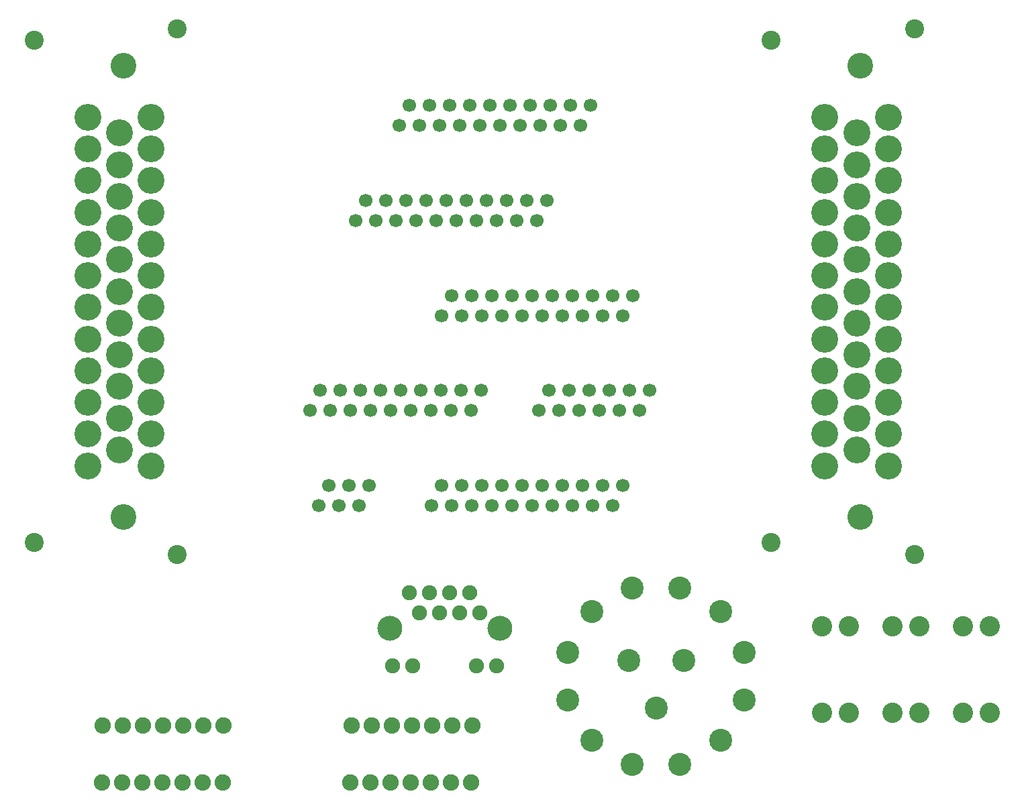
<source format=gbr>
G04 #@! TF.FileFunction,Soldermask,Bot*
%FSLAX46Y46*%
G04 Gerber Fmt 4.6, Leading zero omitted, Abs format (unit mm)*
G04 Created by KiCad (PCBNEW 4.0.7) date 05/11/18 03:08:00*
%MOMM*%
%LPD*%
G01*
G04 APERTURE LIST*
%ADD10C,0.100000*%
%ADD11C,2.900000*%
%ADD12C,2.559000*%
%ADD13C,2.076400*%
%ADD14C,3.250000*%
%ADD15C,2.400000*%
%ADD16C,3.400000*%
%ADD17C,1.900000*%
%ADD18C,3.150000*%
%ADD19C,1.700000*%
G04 APERTURE END LIST*
D10*
D11*
X117694000Y-137572000D03*
X121158000Y-131572000D03*
X114230000Y-131572000D03*
X120670000Y-122464000D03*
X114718000Y-122464000D03*
X114718000Y-144680000D03*
X120670000Y-144680000D03*
X106586000Y-136548000D03*
X106586000Y-130596000D03*
X128802000Y-136548000D03*
X128802000Y-130596000D03*
X125826000Y-125440000D03*
X109562000Y-141704000D03*
X109562000Y-125440000D03*
X125826000Y-141704000D03*
D12*
X147523200Y-127254000D03*
X147523200Y-138176000D03*
X150926800Y-138176000D03*
X150926800Y-127254000D03*
D13*
X79250540Y-139801640D03*
X81790540Y-139801640D03*
X84330540Y-139801640D03*
X86868000Y-139801640D03*
X89408000Y-139801640D03*
X91948000Y-139801640D03*
X94488000Y-139801640D03*
X94388940Y-147000000D03*
X91848940Y-147000000D03*
X89308940Y-147000000D03*
X86771480Y-147000000D03*
X84231480Y-147000000D03*
X81691480Y-147000000D03*
X79151480Y-147000000D03*
X47861600Y-139801640D03*
X50401600Y-139801640D03*
X52941600Y-139801640D03*
X55479060Y-139801640D03*
X58019060Y-139801640D03*
X60559060Y-139801640D03*
X63099060Y-139801640D03*
X63000000Y-147000000D03*
X60460000Y-147000000D03*
X57920000Y-147000000D03*
X55382540Y-147000000D03*
X52842540Y-147000000D03*
X50302540Y-147000000D03*
X47762540Y-147000000D03*
D14*
X50500000Y-113500000D03*
D15*
X57300000Y-118200000D03*
X57300000Y-51800000D03*
X39200000Y-116700000D03*
X39200000Y-53300000D03*
D16*
X54000000Y-91000000D03*
X54000000Y-67000000D03*
X54000000Y-71000000D03*
X54000000Y-75000000D03*
X54000000Y-79000000D03*
X54000000Y-83000000D03*
X54000000Y-87000000D03*
X50000000Y-69000000D03*
X50000000Y-73000000D03*
X50000000Y-81000000D03*
X50000000Y-77000000D03*
X50000000Y-85000000D03*
X50000000Y-89000000D03*
X46000000Y-87000000D03*
X46000000Y-83000000D03*
X46000000Y-75000000D03*
X46000000Y-79000000D03*
X46000000Y-71000000D03*
X46000000Y-67000000D03*
X54000000Y-63000000D03*
X50000000Y-65000000D03*
X46000000Y-63000000D03*
D14*
X50500000Y-56500000D03*
D16*
X46000000Y-91000000D03*
X50000000Y-93000000D03*
X54000000Y-95000000D03*
X46000000Y-95000000D03*
X54000000Y-99000000D03*
X50000000Y-97000000D03*
X46000000Y-99000000D03*
X54000000Y-103000000D03*
X50000000Y-101000000D03*
X46000000Y-103000000D03*
X54000000Y-107000000D03*
X50000000Y-105000000D03*
X46000000Y-107000000D03*
D17*
X97580000Y-132252000D03*
X95040000Y-132252000D03*
X84480000Y-132252000D03*
X87020000Y-132252000D03*
X95480000Y-125622000D03*
X92940000Y-125622000D03*
X90400000Y-125622000D03*
X87860000Y-125622000D03*
X94210000Y-123082000D03*
X91670000Y-123082000D03*
X89130000Y-123082000D03*
X86590000Y-123082000D03*
D18*
X97980000Y-127502000D03*
X84080000Y-127502000D03*
D19*
X109720000Y-85500000D03*
X112260000Y-85500000D03*
X114800000Y-85500000D03*
X107180000Y-85500000D03*
X113530000Y-88040000D03*
X110990000Y-88040000D03*
X108450000Y-88040000D03*
X105910000Y-88040000D03*
X104640000Y-85500000D03*
X103370000Y-88040000D03*
X102100000Y-85500000D03*
X100830000Y-88040000D03*
X99560000Y-85500000D03*
X98290000Y-88040000D03*
X97020000Y-85500000D03*
X95750000Y-88040000D03*
X94480000Y-85500000D03*
X93210000Y-88040000D03*
X91940000Y-85500000D03*
X90670000Y-88040000D03*
D14*
X143500000Y-113500000D03*
D15*
X150300000Y-118200000D03*
X150300000Y-51800000D03*
X132200000Y-116700000D03*
X132200000Y-53300000D03*
D16*
X147000000Y-91000000D03*
X147000000Y-67000000D03*
X147000000Y-71000000D03*
X147000000Y-75000000D03*
X147000000Y-79000000D03*
X147000000Y-83000000D03*
X147000000Y-87000000D03*
X143000000Y-69000000D03*
X143000000Y-73000000D03*
X143000000Y-81000000D03*
X143000000Y-77000000D03*
X143000000Y-85000000D03*
X143000000Y-89000000D03*
X139000000Y-87000000D03*
X139000000Y-83000000D03*
X139000000Y-75000000D03*
X139000000Y-79000000D03*
X139000000Y-71000000D03*
X139000000Y-67000000D03*
X147000000Y-63000000D03*
X143000000Y-65000000D03*
X139000000Y-63000000D03*
D14*
X143500000Y-56500000D03*
D16*
X139000000Y-91000000D03*
X143000000Y-93000000D03*
X147000000Y-95000000D03*
X139000000Y-95000000D03*
X147000000Y-99000000D03*
X143000000Y-97000000D03*
X139000000Y-99000000D03*
X147000000Y-103000000D03*
X143000000Y-101000000D03*
X139000000Y-103000000D03*
X147000000Y-107000000D03*
X143000000Y-105000000D03*
X139000000Y-107000000D03*
D19*
X76420000Y-109500000D03*
X78960000Y-109500000D03*
X81500000Y-109500000D03*
X80230000Y-112040000D03*
X77690000Y-112040000D03*
X75150000Y-112040000D03*
X108420000Y-109500000D03*
X110960000Y-109500000D03*
X113500000Y-109500000D03*
X105880000Y-109500000D03*
X112230000Y-112040000D03*
X109690000Y-112040000D03*
X107150000Y-112040000D03*
X104610000Y-112040000D03*
X103340000Y-109500000D03*
X102070000Y-112040000D03*
X100800000Y-109500000D03*
X99530000Y-112040000D03*
X98260000Y-109500000D03*
X96990000Y-112040000D03*
X95720000Y-109500000D03*
X94450000Y-112040000D03*
X93180000Y-109500000D03*
X91910000Y-112040000D03*
X90640000Y-109500000D03*
X89370000Y-112040000D03*
X111820000Y-97500000D03*
X114360000Y-97500000D03*
X116900000Y-97500000D03*
X109280000Y-97500000D03*
X115630000Y-100040000D03*
X113090000Y-100040000D03*
X110550000Y-100040000D03*
X108010000Y-100040000D03*
X106740000Y-97500000D03*
X105470000Y-100040000D03*
X104200000Y-97500000D03*
X102930000Y-100040000D03*
X90520000Y-97500000D03*
X93060000Y-97500000D03*
X95600000Y-97500000D03*
X87980000Y-97500000D03*
X94330000Y-100040000D03*
X91790000Y-100040000D03*
X89250000Y-100040000D03*
X86710000Y-100040000D03*
X85440000Y-97500000D03*
X84170000Y-100040000D03*
X82900000Y-97500000D03*
X81630000Y-100040000D03*
X80360000Y-97500000D03*
X79090000Y-100040000D03*
X77820000Y-97500000D03*
X76550000Y-100040000D03*
X75280000Y-97500000D03*
X74010000Y-100040000D03*
X104320000Y-61500000D03*
X106860000Y-61500000D03*
X109400000Y-61500000D03*
X101780000Y-61500000D03*
X108130000Y-64040000D03*
X105590000Y-64040000D03*
X103050000Y-64040000D03*
X100510000Y-64040000D03*
X99240000Y-61500000D03*
X97970000Y-64040000D03*
X96700000Y-61500000D03*
X95430000Y-64040000D03*
X94160000Y-61500000D03*
X92890000Y-64040000D03*
X91620000Y-61500000D03*
X90350000Y-64040000D03*
X89080000Y-61500000D03*
X87810000Y-64040000D03*
X86540000Y-61500000D03*
X85270000Y-64040000D03*
X98820000Y-73500000D03*
X101360000Y-73500000D03*
X103900000Y-73500000D03*
X96280000Y-73500000D03*
X102630000Y-76040000D03*
X100090000Y-76040000D03*
X97550000Y-76040000D03*
X95010000Y-76040000D03*
X93740000Y-73500000D03*
X92470000Y-76040000D03*
X91200000Y-73500000D03*
X89930000Y-76040000D03*
X88660000Y-73500000D03*
X87390000Y-76040000D03*
X86120000Y-73500000D03*
X84850000Y-76040000D03*
X83580000Y-73500000D03*
X82310000Y-76040000D03*
X81040000Y-73500000D03*
X79770000Y-76040000D03*
D12*
X138633200Y-127254000D03*
X138633200Y-138176000D03*
X142036800Y-138176000D03*
X142036800Y-127254000D03*
X156413200Y-127254000D03*
X156413200Y-138176000D03*
X159816800Y-138176000D03*
X159816800Y-127254000D03*
M02*

</source>
